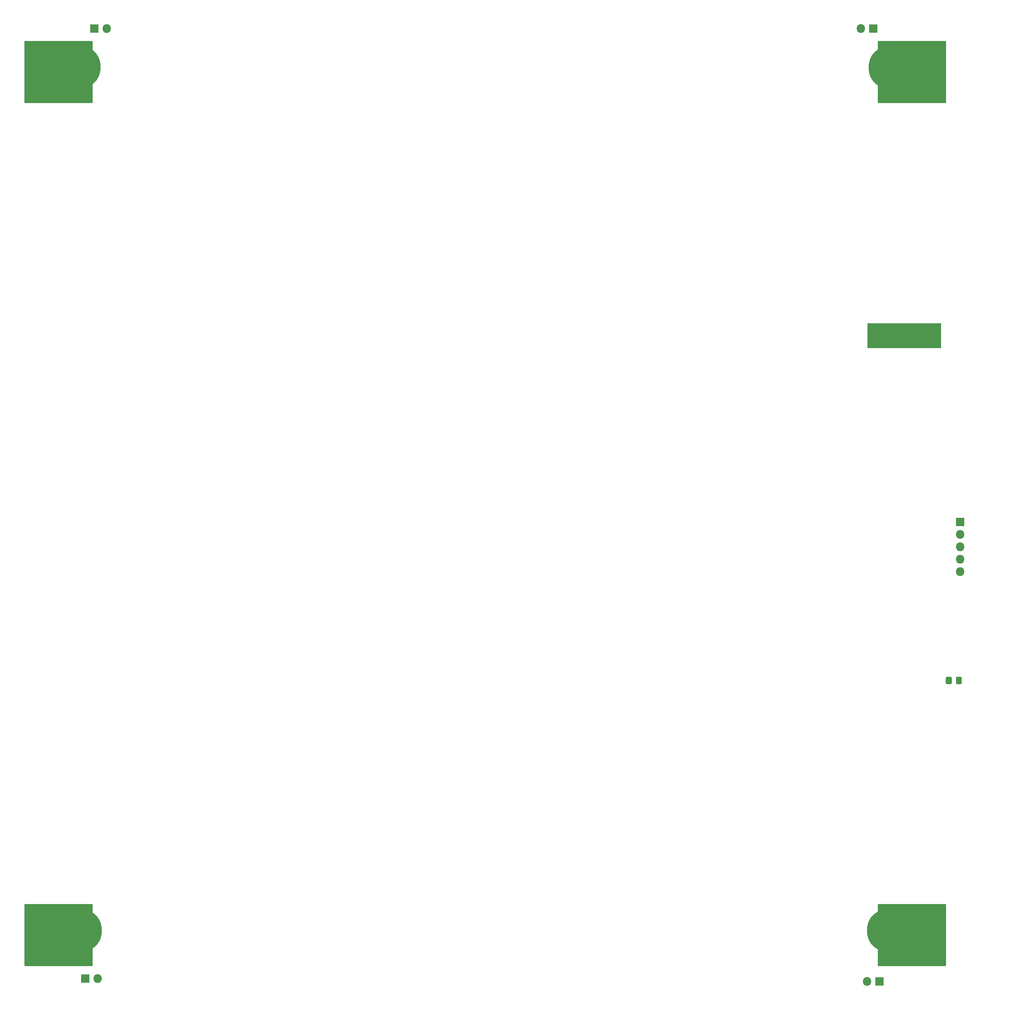
<source format=gbr>
%TF.GenerationSoftware,KiCad,Pcbnew,5.1.6-c6e7f7d~87~ubuntu18.04.1*%
%TF.CreationDate,2020-08-16T11:24:39+02:00*%
%TF.ProjectId,Elektronik,456c656b-7472-46f6-9e69-6b2e6b696361,rev?*%
%TF.SameCoordinates,Original*%
%TF.FileFunction,Soldermask,Bot*%
%TF.FilePolarity,Negative*%
%FSLAX46Y46*%
G04 Gerber Fmt 4.6, Leading zero omitted, Abs format (unit mm)*
G04 Created by KiCad (PCBNEW 5.1.6-c6e7f7d~87~ubuntu18.04.1) date 2020-08-16 11:24:39*
%MOMM*%
%LPD*%
G01*
G04 APERTURE LIST*
%ADD10O,1.800000X1.800000*%
%ADD11R,1.800000X1.800000*%
%ADD12R,15.100000X5.100000*%
%ADD13C,1.000000*%
%ADD14C,8.700000*%
%ADD15C,0.254000*%
G04 APERTURE END LIST*
D10*
%TO.C,J9*%
X55880000Y-21590000D03*
D11*
X53340000Y-21590000D03*
%TD*%
D10*
%TO.C,J8*%
X210185000Y-21590000D03*
D11*
X212725000Y-21590000D03*
%TD*%
D10*
%TO.C,J7*%
X211455000Y-216535000D03*
D11*
X213995000Y-216535000D03*
%TD*%
D10*
%TO.C,J6*%
X53975000Y-215900000D03*
D11*
X51435000Y-215900000D03*
%TD*%
D10*
%TO.C,J5*%
X230505000Y-132715000D03*
X230505000Y-130175000D03*
X230505000Y-127635000D03*
X230505000Y-125095000D03*
D11*
X230505000Y-122555000D03*
%TD*%
D12*
%TO.C,TP3*%
X219075000Y-84455000D03*
%TD*%
%TO.C,D529*%
G36*
G01*
X228835000Y-154461738D02*
X228835000Y-155418262D01*
G75*
G02*
X228563262Y-155690000I-271738J0D01*
G01*
X227856738Y-155690000D01*
G75*
G02*
X227585000Y-155418262I0J271738D01*
G01*
X227585000Y-154461738D01*
G75*
G02*
X227856738Y-154190000I271738J0D01*
G01*
X228563262Y-154190000D01*
G75*
G02*
X228835000Y-154461738I0J-271738D01*
G01*
G37*
G36*
G01*
X230885000Y-154461738D02*
X230885000Y-155418262D01*
G75*
G02*
X230613262Y-155690000I-271738J0D01*
G01*
X229906738Y-155690000D01*
G75*
G02*
X229635000Y-155418262I0J271738D01*
G01*
X229635000Y-154461738D01*
G75*
G02*
X229906738Y-154190000I271738J0D01*
G01*
X230613262Y-154190000D01*
G75*
G02*
X230885000Y-154461738I0J-271738D01*
G01*
G37*
%TD*%
D13*
%TO.C,H4*%
X218053419Y-203840581D03*
X215773000Y-202896000D03*
X213492581Y-203840581D03*
X212548000Y-206121000D03*
X213492581Y-208401419D03*
X215773000Y-209346000D03*
X218053419Y-208401419D03*
X218998000Y-206121000D03*
D14*
X215773000Y-206121000D03*
%TD*%
D13*
%TO.C,H3*%
X52826419Y-203840581D03*
X50546000Y-202896000D03*
X48265581Y-203840581D03*
X47321000Y-206121000D03*
X48265581Y-208401419D03*
X50546000Y-209346000D03*
X52826419Y-208401419D03*
X53771000Y-206121000D03*
D14*
X50546000Y-206121000D03*
%TD*%
D13*
%TO.C,H2*%
X218434419Y-27310581D03*
X216154000Y-26366000D03*
X213873581Y-27310581D03*
X212929000Y-29591000D03*
X213873581Y-31871419D03*
X216154000Y-32816000D03*
X218434419Y-31871419D03*
X219379000Y-29591000D03*
D14*
X216154000Y-29591000D03*
%TD*%
D13*
%TO.C,H1*%
X52572419Y-27183581D03*
X50292000Y-26239000D03*
X48011581Y-27183581D03*
X47067000Y-29464000D03*
X48011581Y-31744419D03*
X50292000Y-32689000D03*
X52572419Y-31744419D03*
X53517000Y-29464000D03*
D14*
X50292000Y-29464000D03*
%TD*%
D10*
%TO.C,J4*%
X225044000Y-211201000D03*
X222504000Y-211201000D03*
X225044000Y-208661000D03*
X222504000Y-208661000D03*
X225044000Y-206121000D03*
X222504000Y-206121000D03*
X225044000Y-203581000D03*
D11*
X222504000Y-203581000D03*
%TD*%
D10*
%TO.C,J3*%
X43942000Y-211201000D03*
X41402000Y-211201000D03*
X43942000Y-208661000D03*
X41402000Y-208661000D03*
X43942000Y-206121000D03*
X41402000Y-206121000D03*
X43942000Y-203581000D03*
D11*
X41402000Y-203581000D03*
%TD*%
D10*
%TO.C,J2*%
X225298000Y-34671000D03*
X222758000Y-34671000D03*
X225298000Y-32131000D03*
X222758000Y-32131000D03*
X225298000Y-29591000D03*
X222758000Y-29591000D03*
X225298000Y-27051000D03*
D11*
X222758000Y-27051000D03*
%TD*%
D10*
%TO.C,J1*%
X43688000Y-34544000D03*
X41148000Y-34544000D03*
X43688000Y-32004000D03*
X41148000Y-32004000D03*
X43688000Y-29464000D03*
X41148000Y-29464000D03*
X43688000Y-26924000D03*
D11*
X41148000Y-26924000D03*
%TD*%
D15*
G36*
X52842034Y-213233000D02*
G01*
X39126034Y-213233000D01*
X39126034Y-200787000D01*
X52842034Y-200787000D01*
X52842034Y-213233000D01*
G37*
X52842034Y-213233000D02*
X39126034Y-213233000D01*
X39126034Y-200787000D01*
X52842034Y-200787000D01*
X52842034Y-213233000D01*
G36*
X227467034Y-36703000D02*
G01*
X213751034Y-36703000D01*
X213751034Y-24257000D01*
X227467034Y-24257000D01*
X227467034Y-36703000D01*
G37*
X227467034Y-36703000D02*
X213751034Y-36703000D01*
X213751034Y-24257000D01*
X227467034Y-24257000D01*
X227467034Y-36703000D01*
G36*
X52842034Y-36703000D02*
G01*
X39126034Y-36703000D01*
X39126034Y-24257000D01*
X52842034Y-24257000D01*
X52842034Y-36703000D01*
G37*
X52842034Y-36703000D02*
X39126034Y-36703000D01*
X39126034Y-24257000D01*
X52842034Y-24257000D01*
X52842034Y-36703000D01*
G36*
X227467034Y-213233000D02*
G01*
X213751034Y-213233000D01*
X213751034Y-200787000D01*
X227467034Y-200787000D01*
X227467034Y-213233000D01*
G37*
X227467034Y-213233000D02*
X213751034Y-213233000D01*
X213751034Y-200787000D01*
X227467034Y-200787000D01*
X227467034Y-213233000D01*
M02*

</source>
